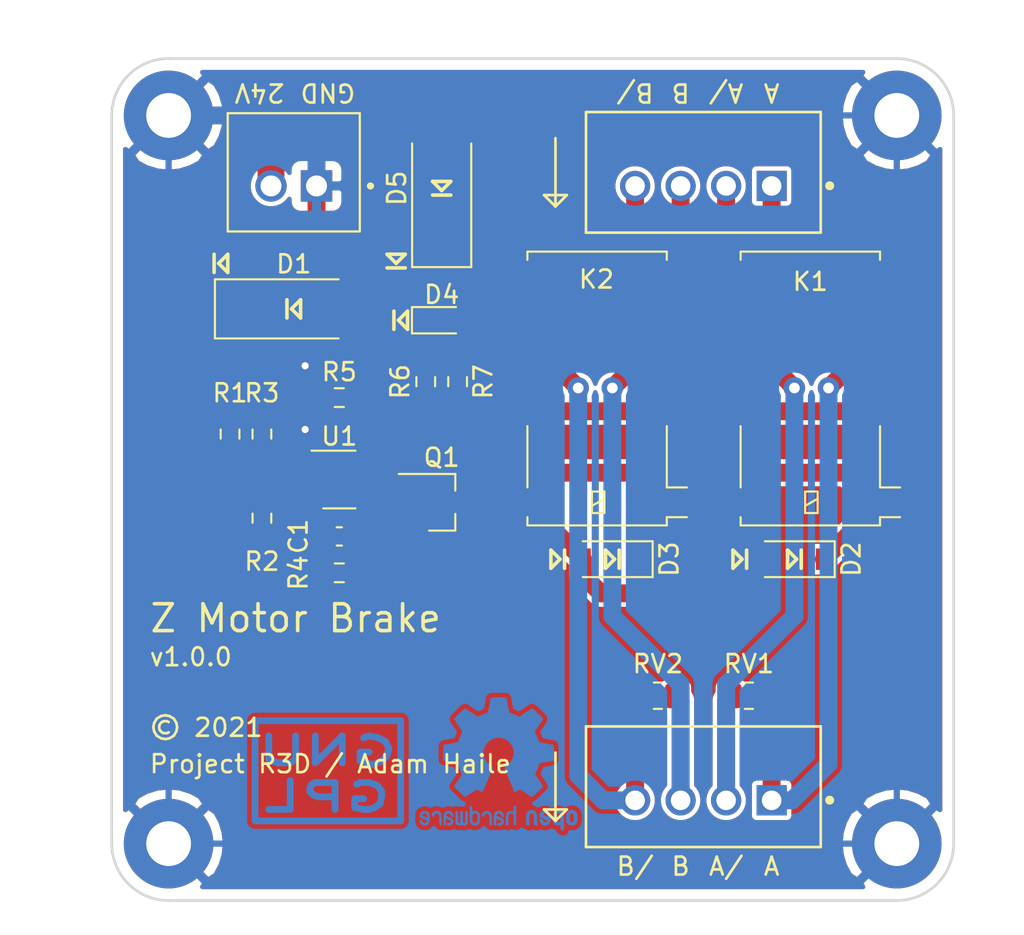
<source format=kicad_pcb>
(kicad_pcb (version 20171130) (host pcbnew "(5.1.10)-1")
  (layers (0 F.Cu signal) (31 B.Cu signal) (34 B.Paste user) (35 F.Paste user) (36 B.SilkS user) (37 F.SilkS user) (38 B.Mask user) (39 F.Mask user) (44 Edge.Cuts user))
  (net 0 "")
  (net 1 "Net-(C1-Pad1)")
  (net 2 "Net-(C1-Pad2)")
  (net 3 "Net-(D1-Pad1)")
  (net 4 GND)
  (net 5 +24V)
  (net 6 "Net-(D2-Pad2)")
  (net 7 "Net-(K1-Pad10)")
  (net 8 "Net-(K1-Pad9)")
  (net 9 "Net-(K1-Pad8)")
  (net 10 "Net-(K1-Pad4)")
  (net 11 "Net-(K1-Pad5)")
  (net 12 "Net-(K2-Pad10)")
  (net 13 "Net-(K2-Pad9)")
  (net 14 "Net-(K2-Pad8)")
  (net 15 "Net-(K2-Pad4)")
  (net 16 "Net-(K2-Pad5)")
  (net 17 "Net-(Q1-Pad1)")
  (net 18 VDD)
  (net 19 "Net-(D4-Pad1)")
  (module Symbol:Symbol_GNU-GPL_CopperTop_Small (layer B.Cu) (at 67.945 116.84 180)
    (fp_text reference REF** hide)
    (fp_text value Symbol_GNU-GPL_CopperTop_Small)
    (fp_line (start 2.10058 -0.29972) (end 2.10058 -1.89992) (layer B.Cu) (width 0.381))
    (fp_line (start 2.10058 -1.89992) (end 3.29946 -1.89992) (layer B.Cu) (width 0.381))
    (fp_line (start -0.39878 -1.89992) (end -0.39878 -0.39878) (layer B.Cu) (width 0.381))
    (fp_line (start -0.39878 -0.39878) (end 0.50038 -0.39878) (layer B.Cu) (width 0.381))
    (fp_line (start 0.50038 -0.39878) (end 0.70104 -0.39878) (layer B.Cu) (width 0.381))
    (fp_line (start 0.70104 -0.39878) (end 0.89916 -0.50038) (layer B.Cu) (width 0.381))
    (fp_line (start 0.89916 -0.50038) (end 1.00076 -0.70104) (layer B.Cu) (width 0.381))
    (fp_line (start 1.00076 -0.70104) (end 1.00076 -0.89916) (layer B.Cu) (width 0.381))
    (fp_line (start 1.00076 -0.89916) (end 0.8001 -1.09982) (layer B.Cu) (width 0.381))
    (fp_line (start 0.8001 -1.09982) (end 0.50038 -1.19888) (layer B.Cu) (width 0.381))
    (fp_line (start 0.50038 -1.19888) (end -0.39878 -1.19888) (layer B.Cu) (width 0.381))
    (fp_line (start -1.6002 -0.50038) (end -1.80086 -0.39878) (layer B.Cu) (width 0.381))
    (fp_line (start -1.80086 -0.39878) (end -2.30124 -0.39878) (layer B.Cu) (width 0.381))
    (fp_line (start -2.30124 -0.39878) (end -2.60096 -0.50038) (layer B.Cu) (width 0.381))
    (fp_line (start -2.60096 -0.50038) (end -2.79908 -0.59944) (layer B.Cu) (width 0.381))
    (fp_line (start -2.79908 -0.59944) (end -2.99974 -0.89916) (layer B.Cu) (width 0.381))
    (fp_line (start -2.99974 -0.89916) (end -2.99974 -1.19888) (layer B.Cu) (width 0.381))
    (fp_line (start -2.99974 -1.19888) (end -2.90068 -1.6002) (layer B.Cu) (width 0.381))
    (fp_line (start -2.90068 -1.6002) (end -2.60096 -1.80086) (layer B.Cu) (width 0.381))
    (fp_line (start -2.60096 -1.80086) (end -2.30124 -1.89992) (layer B.Cu) (width 0.381))
    (fp_line (start -2.30124 -1.89992) (end -1.99898 -1.89992) (layer B.Cu) (width 0.381))
    (fp_line (start -1.99898 -1.89992) (end -1.50114 -1.80086) (layer B.Cu) (width 0.381))
    (fp_line (start -1.50114 -1.80086) (end -1.50114 -1.30048) (layer B.Cu) (width 0.381))
    (fp_line (start -1.50114 -1.30048) (end -1.99898 -1.30048) (layer B.Cu) (width 0.381))
    (fp_line (start 1.80086 2.19964) (end 1.80086 0.89916) (layer B.Cu) (width 0.381))
    (fp_line (start 1.80086 0.89916) (end 2.10058 0.70104) (layer B.Cu) (width 0.381))
    (fp_line (start 2.10058 0.70104) (end 2.4003 0.70104) (layer B.Cu) (width 0.381))
    (fp_line (start 2.4003 0.70104) (end 2.79908 0.70104) (layer B.Cu) (width 0.381))
    (fp_line (start 2.79908 0.70104) (end 3.0988 0.8001) (layer B.Cu) (width 0.381))
    (fp_line (start 3.0988 0.8001) (end 3.29946 0.89916) (layer B.Cu) (width 0.381))
    (fp_line (start 3.29946 0.89916) (end 3.29946 2.19964) (layer B.Cu) (width 0.381))
    (fp_line (start -0.8001 0.70104) (end -0.8001 2.19964) (layer B.Cu) (width 0.381))
    (fp_line (start -0.8001 2.19964) (end 0.70104 0.70104) (layer B.Cu) (width 0.381))
    (fp_line (start 0.70104 0.70104) (end 0.70104 2.19964) (layer B.Cu) (width 0.381))
    (fp_line (start -1.99898 2.10058) (end -2.30124 2.19964) (layer B.Cu) (width 0.381))
    (fp_line (start -2.30124 2.19964) (end -2.79908 2.10058) (layer B.Cu) (width 0.381))
    (fp_line (start -2.79908 2.10058) (end -3.2004 1.89992) (layer B.Cu) (width 0.381))
    (fp_line (start -3.2004 1.89992) (end -3.40106 1.50114) (layer B.Cu) (width 0.381))
    (fp_line (start -3.40106 1.50114) (end -3.29946 1.09982) (layer B.Cu) (width 0.381))
    (fp_line (start -3.29946 1.09982) (end -2.99974 0.8001) (layer B.Cu) (width 0.381))
    (fp_line (start -2.99974 0.8001) (end -2.49936 0.59944) (layer B.Cu) (width 0.381))
    (fp_line (start -2.49936 0.59944) (end -1.80086 0.8001) (layer B.Cu) (width 0.381))
    (fp_line (start -1.80086 0.8001) (end -1.80086 1.30048) (layer B.Cu) (width 0.381))
    (fp_line (start -1.80086 1.30048) (end -2.30124 1.30048) (layer B.Cu) (width 0.381))
    (fp_line (start -4.064 3.048) (end 4.064 3.048) (layer B.Cu) (width 0.381))
    (fp_line (start 4.064 3.048) (end 4.064 -2.54) (layer B.Cu) (width 0.381))
    (fp_line (start 4.064 -2.54) (end -4.064 -2.54) (layer B.Cu) (width 0.381))
    (fp_line (start -4.064 -2.54) (end -4.064 3.048) (layer B.Cu) (width 0.381))
  )
  (module Symbol:OSHW-Logo2_9.8x8mm_Copper (layer B.Cu) (at 77.47 116.205 180)
    (fp_text reference REF** hide)
    (fp_text value OSHW-Logo2_9.8x8mm_Copper hide)
    (fp_poly (pts (xy -3.231114 -2.584505) (xy -3.156461 -2.621727) (xy -3.090569 -2.690261) (xy -3.072423 -2.715648) (xy -3.052655 -2.748866) (xy -3.039828 -2.784945) (xy -3.03249 -2.833098) (xy -3.029187 -2.902536) (xy -3.028462 -2.994206) (xy -3.031737 -3.11983) (xy -3.043123 -3.214154) (xy -3.064959 -3.284523) (xy -3.099581 -3.338286) (xy -3.14933 -3.382788) (xy -3.152986 -3.385423) (xy -3.202015 -3.412377) (xy -3.261055 -3.425712) (xy -3.336141 -3.429) (xy -3.458205 -3.429) (xy -3.458256 -3.547497) (xy -3.459392 -3.613492) (xy -3.466314 -3.652202) (xy -3.484402 -3.675419) (xy -3.519038 -3.694933) (xy -3.527355 -3.69892) (xy -3.56628 -3.717603) (xy -3.596417 -3.729403) (xy -3.618826 -3.730422) (xy -3.634567 -3.716761) (xy -3.644698 -3.684522) (xy -3.650277 -3.629804) (xy -3.652365 -3.548711) (xy -3.652019 -3.437344) (xy -3.6503 -3.291802) (xy -3.649763 -3.248269) (xy -3.647828 -3.098205) (xy -3.646096 -3.000042) (xy -3.458308 -3.000042) (xy -3.457252 -3.083364) (xy -3.452562 -3.13788) (xy -3.441949 -3.173837) (xy -3.423128 -3.201482) (xy -3.41035 -3.214965) (xy -3.35811 -3.254417) (xy -3.311858 -3.257628) (xy -3.264133 -3.225049) (xy -3.262923 -3.223846) (xy -3.243506 -3.198668) (xy -3.231693 -3.164447) (xy -3.225735 -3.111748) (xy -3.22388 -3.031131) (xy -3.223846 -3.013271) (xy -3.22833 -2.902175) (xy -3.242926 -2.825161) (xy -3.26935 -2.778147) (xy -3.309317 -2.75705) (xy -3.332416 -2.754923) (xy -3.387238 -2.7649) (xy -3.424842 -2.797752) (xy -3.447477 -2.857857) (xy -3.457394 -2.949598) (xy -3.458308 -3.000042) (xy -3.646096 -3.000042) (xy -3.645778 -2.98206) (xy -3.643127 -2.894679) (xy -3.639394 -2.830905) (xy -3.634093 -2.785582) (xy -3.626742 -2.753555) (xy -3.616857 -2.729668) (xy -3.603954 -2.708764) (xy -3.598421 -2.700898) (xy -3.525031 -2.626595) (xy -3.43224 -2.584467) (xy -3.324904 -2.572722) (xy -3.231114 -2.584505)) (layer B.Cu) (width 0.01))
    (fp_poly (pts (xy -1.728336 -2.595089) (xy -1.665633 -2.631358) (xy -1.622039 -2.667358) (xy -1.590155 -2.705075) (xy -1.56819 -2.751199) (xy -1.554351 -2.812421) (xy -1.546847 -2.895431) (xy -1.543883 -3.006919) (xy -1.543539 -3.087062) (xy -1.543539 -3.382065) (xy -1.709615 -3.456515) (xy -1.719385 -3.133402) (xy -1.723421 -3.012729) (xy -1.727656 -2.925141) (xy -1.732903 -2.86465) (xy -1.739975 -2.825268) (xy -1.749689 -2.801007) (xy -1.762856 -2.78588) (xy -1.767081 -2.782606) (xy -1.831091 -2.757034) (xy -1.895792 -2.767153) (xy -1.934308 -2.794) (xy -1.949975 -2.813024) (xy -1.96082 -2.837988) (xy -1.967712 -2.875834) (xy -1.971521 -2.933502) (xy -1.973117 -3.017935) (xy -1.973385 -3.105928) (xy -1.973437 -3.216323) (xy -1.975328 -3.294463) (xy -1.981655 -3.347165) (xy -1.995017 -3.381242) (xy -2.018015 -3.403511) (xy -2.053246 -3.420787) (xy -2.100303 -3.438738) (xy -2.151697 -3.458278) (xy -2.145579 -3.111485) (xy -2.143116 -2.986468) (xy -2.140233 -2.894082) (xy -2.136102 -2.827881) (xy -2.129893 -2.78142) (xy -2.120774 -2.748256) (xy -2.107917 -2.721944) (xy -2.092416 -2.698729) (xy -2.017629 -2.624569) (xy -1.926372 -2.581684) (xy -1.827117 -2.571412) (xy -1.728336 -2.595089)) (layer B.Cu) (width 0.01))
    (fp_poly (pts (xy -3.983114 -2.587256) (xy -3.891536 -2.635409) (xy -3.823951 -2.712905) (xy -3.799943 -2.762727) (xy -3.781262 -2.837533) (xy -3.771699 -2.932052) (xy -3.770792 -3.03521) (xy -3.778079 -3.135935) (xy -3.793097 -3.223153) (xy -3.815385 -3.285791) (xy -3.822235 -3.296579) (xy -3.903368 -3.377105) (xy -3.999734 -3.425336) (xy -4.104299 -3.43945) (xy -4.210032 -3.417629) (xy -4.239457 -3.404547) (xy -4.296759 -3.364231) (xy -4.34705 -3.310775) (xy -4.351803 -3.303995) (xy -4.371122 -3.271321) (xy -4.383892 -3.236394) (xy -4.391436 -3.190414) (xy -4.395076 -3.124584) (xy -4.396135 -3.030105) (xy -4.396154 -3.008923) (xy -4.396106 -3.002182) (xy -4.200769 -3.002182) (xy -4.199632 -3.091349) (xy -4.195159 -3.15052) (xy -4.185754 -3.188741) (xy -4.169824 -3.215053) (xy -4.161692 -3.223846) (xy -4.114942 -3.257261) (xy -4.069553 -3.255737) (xy -4.02366 -3.226752) (xy -3.996288 -3.195809) (xy -3.980077 -3.150643) (xy -3.970974 -3.07942) (xy -3.970349 -3.071114) (xy -3.968796 -2.942037) (xy -3.985035 -2.846172) (xy -4.018848 -2.784107) (xy -4.070016 -2.756432) (xy -4.08828 -2.754923) (xy -4.13624 -2.762513) (xy -4.169047 -2.788808) (xy -4.189105 -2.839095) (xy -4.198822 -2.918664) (xy -4.200769 -3.002182) (xy -4.396106 -3.002182) (xy -4.395426 -2.908249) (xy -4.392371 -2.837906) (xy -4.385678 -2.789163) (xy -4.37404 -2.753288) (xy -4.356147 -2.721548) (xy -4.352192 -2.715648) (xy -4.285733 -2.636104) (xy -4.213315 -2.589929) (xy -4.125151 -2.571599) (xy -4.095213 -2.570703) (xy -3.983114 -2.587256)) (layer B.Cu) (width 0.01))
    (fp_poly (pts (xy -2.465746 -2.599745) (xy -2.388714 -2.651567) (xy -2.329184 -2.726412) (xy -2.293622 -2.821654) (xy -2.286429 -2.891756) (xy -2.287246 -2.921009) (xy -2.294086 -2.943407) (xy -2.312888 -2.963474) (xy -2.349592 -2.985733) (xy -2.410138 -3.014709) (xy -2.500466 -3.054927) (xy -2.500923 -3.055129) (xy -2.584067 -3.09321) (xy -2.652247 -3.127025) (xy -2.698495 -3.152933) (xy -2.715842 -3.167295) (xy -2.715846 -3.167411) (xy -2.700557 -3.198685) (xy -2.664804 -3.233157) (xy -2.623758 -3.25799) (xy -2.602963 -3.262923) (xy -2.54623 -3.245862) (xy -2.497373 -3.203133) (xy -2.473535 -3.156155) (xy -2.450603 -3.121522) (xy -2.405682 -3.082081) (xy -2.352877 -3.048009) (xy -2.30629 -3.02948) (xy -2.296548 -3.028462) (xy -2.285582 -3.045215) (xy -2.284921 -3.088039) (xy -2.29298 -3.145781) (xy -2.308173 -3.207289) (xy -2.328914 -3.261409) (xy -2.329962 -3.26351) (xy -2.392379 -3.35066) (xy -2.473274 -3.409939) (xy -2.565144 -3.439034) (xy -2.660487 -3.435634) (xy -2.751802 -3.397428) (xy -2.755862 -3.394741) (xy -2.827694 -3.329642) (xy -2.874927 -3.244705) (xy -2.901066 -3.133021) (xy -2.904574 -3.101643) (xy -2.910787 -2.953536) (xy -2.903339 -2.884468) (xy -2.715846 -2.884468) (xy -2.71341 -2.927552) (xy -2.700086 -2.940126) (xy -2.666868 -2.930719) (xy -2.614506 -2.908483) (xy -2.555976 -2.88061) (xy -2.554521 -2.879872) (xy -2.504911 -2.853777) (xy -2.485 -2.836363) (xy -2.48991 -2.818107) (xy -2.510584 -2.79412) (xy -2.563181 -2.759406) (xy -2.619823 -2.756856) (xy -2.670631 -2.782119) (xy -2.705724 -2.830847) (xy -2.715846 -2.884468) (xy -2.903339 -2.884468) (xy -2.898008 -2.835036) (xy -2.865222 -2.741055) (xy -2.819579 -2.675215) (xy -2.737198 -2.608681) (xy -2.646454 -2.575676) (xy -2.553815 -2.573573) (xy -2.465746 -2.599745)) (layer B.Cu) (width 0.01))
    (fp_poly (pts (xy -0.840154 -2.49212) (xy -0.834428 -2.57198) (xy -0.827851 -2.619039) (xy -0.818738 -2.639566) (xy -0.805402 -2.639829) (xy -0.801077 -2.637378) (xy -0.743556 -2.619636) (xy -0.668732 -2.620672) (xy -0.592661 -2.63891) (xy -0.545082 -2.662505) (xy -0.496298 -2.700198) (xy -0.460636 -2.742855) (xy -0.436155 -2.797057) (xy -0.420913 -2.869384) (xy -0.41297 -2.966419) (xy -0.410384 -3.094742) (xy -0.410338 -3.119358) (xy -0.410308 -3.39587) (xy -0.471839 -3.41732) (xy -0.515541 -3.431912) (xy -0.539518 -3.438706) (xy -0.540223 -3.438769) (xy -0.542585 -3.420345) (xy -0.544594 -3.369526) (xy -0.546099 -3.292993) (xy -0.546947 -3.19743) (xy -0.547077 -3.139329) (xy -0.547349 -3.024771) (xy -0.548748 -2.942667) (xy -0.552151 -2.886393) (xy -0.558433 -2.849326) (xy -0.568471 -2.824844) (xy -0.583139 -2.806325) (xy -0.592298 -2.797406) (xy -0.655211 -2.761466) (xy -0.723864 -2.758775) (xy -0.786152 -2.78917) (xy -0.797671 -2.800144) (xy -0.814567 -2.820779) (xy -0.826286 -2.845256) (xy -0.833767 -2.880647) (xy -0.837946 -2.934026) (xy -0.839763 -3.012466) (xy -0.840154 -3.120617) (xy -0.840154 -3.39587) (xy -0.901685 -3.41732) (xy -0.945387 -3.431912) (xy -0.969364 -3.438706) (xy -0.97007 -3.438769) (xy -0.971874 -3.420069) (xy -0.9735 -3.367322) (xy -0.974883 -3.285557) (xy -0.975958 -3.179805) (xy -0.97666 -3.055094) (xy -0.976923 -2.916455) (xy -0.976923 -2.381806) (xy -0.849923 -2.328236) (xy -0.840154 -2.49212)) (layer B.Cu) (width 0.01))
    (fp_poly (pts (xy 0.053501 -2.626303) (xy 0.13006 -2.654733) (xy 0.130936 -2.655279) (xy 0.178285 -2.690127) (xy 0.213241 -2.730852) (xy 0.237825 -2.783925) (xy 0.254062 -2.855814) (xy 0.263975 -2.952992) (xy 0.269586 -3.081928) (xy 0.270077 -3.100298) (xy 0.277141 -3.377287) (xy 0.217695 -3.408028) (xy 0.174681 -3.428802) (xy 0.14871 -3.438646) (xy 0.147509 -3.438769) (xy 0.143014 -3.420606) (xy 0.139444 -3.371612) (xy 0.137248 -3.300031) (xy 0.136769 -3.242068) (xy 0.136758 -3.14817) (xy 0.132466 -3.089203) (xy 0.117503 -3.061079) (xy 0.085482 -3.059706) (xy 0.030014 -3.080998) (xy -0.053731 -3.120136) (xy -0.115311 -3.152643) (xy -0.146983 -3.180845) (xy -0.156294 -3.211582) (xy -0.156308 -3.213104) (xy -0.140943 -3.266054) (xy -0.095453 -3.29466) (xy -0.025834 -3.298803) (xy 0.024313 -3.298084) (xy 0.050754 -3.312527) (xy 0.067243 -3.347218) (xy 0.076733 -3.391416) (xy 0.063057 -3.416493) (xy 0.057907 -3.420082) (xy 0.009425 -3.434496) (xy -0.058469 -3.436537) (xy -0.128388 -3.426983) (xy -0.177932 -3.409522) (xy -0.24643 -3.351364) (xy -0.285366 -3.270408) (xy -0.293077 -3.20716) (xy -0.287193 -3.150111) (xy -0.265899 -3.103542) (xy -0.223735 -3.062181) (xy -0.155241 -3.020755) (xy -0.054956 -2.973993) (xy -0.048846 -2.97135) (xy 0.04149 -2.929617) (xy 0.097235 -2.895391) (xy 0.121129 -2.864635) (xy 0.115913 -2.833311) (xy 0.084328 -2.797383) (xy 0.074883 -2.789116) (xy 0.011617 -2.757058) (xy -0.053936 -2.758407) (xy -0.111028 -2.789838) (xy -0.148907 -2.848024) (xy -0.152426 -2.859446) (xy -0.1867 -2.914837) (xy -0.230191 -2.941518) (xy -0.293077 -2.96796) (xy -0.293077 -2.899548) (xy -0.273948 -2.80011) (xy -0.217169 -2.708902) (xy -0.187622 -2.678389) (xy -0.120458 -2.639228) (xy -0.035044 -2.6215) (xy 0.053501 -2.626303)) (layer B.Cu) (width 0.01))
    (fp_poly (pts (xy 0.713362 -2.62467) (xy 0.802117 -2.657421) (xy 0.874022 -2.71535) (xy 0.902144 -2.756128) (xy 0.932802 -2.830954) (xy 0.932165 -2.885058) (xy 0.899987 -2.921446) (xy 0.888081 -2.927633) (xy 0.836675 -2.946925) (xy 0.810422 -2.941982) (xy 0.80153 -2.909587) (xy 0.801077 -2.891692) (xy 0.784797 -2.825859) (xy 0.742365 -2.779807) (xy 0.683388 -2.757564) (xy 0.617475 -2.763161) (xy 0.563895 -2.792229) (xy 0.545798 -2.80881) (xy 0.532971 -2.828925) (xy 0.524306 -2.859332) (xy 0.518696 -2.906788) (xy 0.515035 -2.97805) (xy 0.512215 -3.079875) (xy 0.511484 -3.112115) (xy 0.50882 -3.22241) (xy 0.505792 -3.300036) (xy 0.50125 -3.351396) (xy 0.494046 -3.38289) (xy 0.483033 -3.40092) (xy 0.46706 -3.411888) (xy 0.456834 -3.416733) (xy 0.413406 -3.433301) (xy 0.387842 -3.438769) (xy 0.379395 -3.420507) (xy 0.374239 -3.365296) (xy 0.372346 -3.272499) (xy 0.373689 -3.141478) (xy 0.374107 -3.121269) (xy 0.377058 -3.001733) (xy 0.380548 -2.914449) (xy 0.385514 -2.852591) (xy 0.392893 -2.809336) (xy 0.403624 -2.77786) (xy 0.418645 -2.751339) (xy 0.426502 -2.739975) (xy 0.471553 -2.689692) (xy 0.52194 -2.650581) (xy 0.528108 -2.647167) (xy 0.618458 -2.620212) (xy 0.713362 -2.62467)) (layer B.Cu) (width 0.01))
    (fp_poly (pts (xy 1.602081 -2.780289) (xy 1.601833 -2.92632) (xy 1.600872 -3.038655) (xy 1.598794 -3.122678) (xy 1.595193 -3.183769) (xy 1.589665 -3.227309) (xy 1.581804 -3.258679) (xy 1.571207 -3.283262) (xy 1.563182 -3.297294) (xy 1.496728 -3.373388) (xy 1.41247 -3.421084) (xy 1.319249 -3.438199) (xy 1.2259 -3.422546) (xy 1.170312 -3.394418) (xy 1.111957 -3.34576) (xy 1.072186 -3.286333) (xy 1.04819 -3.208507) (xy 1.037161 -3.104652) (xy 1.035599 -3.028462) (xy 1.035809 -3.022986) (xy 1.172308 -3.022986) (xy 1.173141 -3.110355) (xy 1.176961 -3.168192) (xy 1.185746 -3.206029) (xy 1.201474 -3.233398) (xy 1.220266 -3.254042) (xy 1.283375 -3.29389) (xy 1.351137 -3.297295) (xy 1.415179 -3.264025) (xy 1.420164 -3.259517) (xy 1.441439 -3.236067) (xy 1.454779 -3.208166) (xy 1.462001 -3.166641) (xy 1.464923 -3.102316) (xy 1.465385 -3.0312) (xy 1.464383 -2.941858) (xy 1.460238 -2.882258) (xy 1.451236 -2.843089) (xy 1.435667 -2.81504) (xy 1.422902 -2.800144) (xy 1.3636 -2.762575) (xy 1.295301 -2.758057) (xy 1.23011 -2.786753) (xy 1.217528 -2.797406) (xy 1.196111 -2.821063) (xy 1.182744 -2.849251) (xy 1.175566 -2.891245) (xy 1.172719 -2.956319) (xy 1.172308 -3.022986) (xy 1.035809 -3.022986) (xy 1.040322 -2.905765) (xy 1.056362 -2.813577) (xy 1.086528 -2.744269) (xy 1.133629 -2.690211) (xy 1.170312 -2.662505) (xy 1.23699 -2.632572) (xy 1.314272 -2.618678) (xy 1.38611 -2.622397) (xy 1.426308 -2.6374) (xy 1.442082 -2.64167) (xy 1.45255 -2.62575) (xy 1.459856 -2.583089) (xy 1.465385 -2.518106) (xy 1.471437 -2.445732) (xy 1.479844 -2.402187) (xy 1.495141 -2.377287) (xy 1.521864 -2.360845) (xy 1.538654 -2.353564) (xy 1.602154 -2.326963) (xy 1.602081 -2.780289)) (layer B.Cu) (width 0.01))
    (fp_poly (pts (xy 2.395929 -2.636662) (xy 2.398911 -2.688068) (xy 2.401247 -2.766192) (xy 2.402749 -2.864857) (xy 2.403231 -2.968343) (xy 2.403231 -3.318533) (xy 2.341401 -3.380363) (xy 2.298793 -3.418462) (xy 2.26139 -3.433895) (xy 2.21027 -3.432918) (xy 2.189978 -3.430433) (xy 2.126554 -3.4232) (xy 2.074095 -3.419055) (xy 2.061308 -3.418672) (xy 2.018199 -3.421176) (xy 1.956544 -3.427462) (xy 1.932638 -3.430433) (xy 1.873922 -3.435028) (xy 1.834464 -3.425046) (xy 1.795338 -3.394228) (xy 1.781215 -3.380363) (xy 1.719385 -3.318533) (xy 1.719385 -2.663503) (xy 1.76915 -2.640829) (xy 1.812002 -2.624034) (xy 1.837073 -2.618154) (xy 1.843501 -2.636736) (xy 1.849509 -2.688655) (xy 1.854697 -2.768172) (xy 1.858664 -2.869546) (xy 1.860577 -2.955192) (xy 1.865923 -3.292231) (xy 1.91256 -3.298825) (xy 1.954976 -3.294214) (xy 1.97576 -3.279287) (xy 1.98157 -3.251377) (xy 1.98653 -3.191925) (xy 1.990246 -3.108466) (xy 1.992324 -3.008532) (xy 1.992624 -2.957104) (xy 1.992923 -2.661054) (xy 2.054454 -2.639604) (xy 2.098004 -2.62502) (xy 2.121694 -2.618219) (xy 2.122377 -2.618154) (xy 2.124754 -2.636642) (xy 2.127366 -2.687906) (xy 2.129995 -2.765649) (xy 2.132421 -2.863574) (xy 2.134115 -2.955192) (xy 2.139461 -3.292231) (xy 2.256692 -3.292231) (xy 2.262072 -2.984746) (xy 2.267451 -2.677261) (xy 2.324601 -2.647707) (xy 2.366797 -2.627413) (xy 2.39177 -2.618204) (xy 2.392491 -2.618154) (xy 2.395929 -2.636662)) (layer B.Cu) (width 0.01))
    (fp_poly (pts (xy 2.887333 -2.633528) (xy 2.94359 -2.659117) (xy 2.987747 -2.690124) (xy 3.020101 -2.724795) (xy 3.042438 -2.76952) (xy 3.056546 -2.830692) (xy 3.064211 -2.914701) (xy 3.06722 -3.02794) (xy 3.067538 -3.102509) (xy 3.067538 -3.39342) (xy 3.017773 -3.416095) (xy 2.978576 -3.432667) (xy 2.959157 -3.438769) (xy 2.955442 -3.42061) (xy 2.952495 -3.371648) (xy 2.950691 -3.300153) (xy 2.950308 -3.243385) (xy 2.948661 -3.161371) (xy 2.944222 -3.096309) (xy 2.93774 -3.056467) (xy 2.93259 -3.048) (xy 2.897977 -3.056646) (xy 2.84364 -3.078823) (xy 2.780722 -3.108886) (xy 2.720368 -3.141192) (xy 2.673721 -3.170098) (xy 2.651926 -3.189961) (xy 2.651839 -3.190175) (xy 2.653714 -3.226935) (xy 2.670525 -3.262026) (xy 2.700039 -3.290528) (xy 2.743116 -3.300061) (xy 2.779932 -3.29895) (xy 2.832074 -3.298133) (xy 2.859444 -3.310349) (xy 2.875882 -3.342624) (xy 2.877955 -3.34871) (xy 2.885081 -3.394739) (xy 2.866024 -3.422687) (xy 2.816353 -3.436007) (xy 2.762697 -3.43847) (xy 2.666142 -3.42021) (xy 2.616159 -3.394131) (xy 2.554429 -3.332868) (xy 2.52169 -3.25767) (xy 2.518753 -3.178211) (xy 2.546424 -3.104167) (xy 2.588047 -3.057769) (xy 2.629604 -3.031793) (xy 2.694922 -2.998907) (xy 2.771038 -2.965557) (xy 2.783726 -2.960461) (xy 2.867333 -2.923565) (xy 2.91553 -2.891046) (xy 2.93103 -2.858718) (xy 2.91655 -2.822394) (xy 2.891692 -2.794) (xy 2.832939 -2.759039) (xy 2.768293 -2.756417) (xy 2.709008 -2.783358) (xy 2.666339 -2.837088) (xy 2.660739 -2.85095) (xy 2.628133 -2.901936) (xy 2.58053 -2.939787) (xy 2.520461 -2.97085) (xy 2.520461 -2.882768) (xy 2.523997 -2.828951) (xy 2.539156 -2.786534) (xy 2.572768 -2.741279) (xy 2.605035 -2.70642) (xy 2.655209 -2.657062) (xy 2.694193 -2.630547) (xy 2.736064 -2.619911) (xy 2.78346 -2.618154) (xy 2.887333 -2.633528)) (layer B.Cu) (width 0.01))
    (fp_poly (pts (xy 3.570807 -2.636782) (xy 3.594161 -2.646988) (xy 3.649902 -2.691134) (xy 3.697569 -2.754967) (xy 3.727048 -2.823087) (xy 3.731846 -2.85667) (xy 3.71576 -2.903556) (xy 3.680475 -2.928365) (xy 3.642644 -2.943387) (xy 3.625321 -2.946155) (xy 3.616886 -2.926066) (xy 3.60023 -2.882351) (xy 3.592923 -2.862598) (xy 3.551948 -2.794271) (xy 3.492622 -2.760191) (xy 3.416552 -2.761239) (xy 3.410918 -2.762581) (xy 3.370305 -2.781836) (xy 3.340448 -2.819375) (xy 3.320055 -2.879809) (xy 3.307836 -2.967751) (xy 3.3025 -3.087813) (xy 3.302 -3.151698) (xy 3.301752 -3.252403) (xy 3.300126 -3.321054) (xy 3.295801 -3.364673) (xy 3.287454 -3.390282) (xy 3.273765 -3.404903) (xy 3.253411 -3.415558) (xy 3.252234 -3.416095) (xy 3.213038 -3.432667) (xy 3.193619 -3.438769) (xy 3.190635 -3.420319) (xy 3.188081 -3.369323) (xy 3.18614 -3.292308) (xy 3.184997 -3.195805) (xy 3.184769 -3.125184) (xy 3.185932 -2.988525) (xy 3.190479 -2.884851) (xy 3.199999 -2.808108) (xy 3.216081 -2.752246) (xy 3.240313 -2.711212) (xy 3.274286 -2.678954) (xy 3.307833 -2.65644) (xy 3.388499 -2.626476) (xy 3.482381 -2.619718) (xy 3.570807 -2.636782)) (layer B.Cu) (width 0.01))
    (fp_poly (pts (xy 4.245224 -2.647838) (xy 4.322528 -2.698361) (xy 4.359814 -2.74359) (xy 4.389353 -2.825663) (xy 4.391699 -2.890607) (xy 4.386385 -2.977445) (xy 4.186115 -3.065103) (xy 4.088739 -3.109887) (xy 4.025113 -3.145913) (xy 3.992029 -3.177117) (xy 3.98628 -3.207436) (xy 4.004658 -3.240805) (xy 4.024923 -3.262923) (xy 4.083889 -3.298393) (xy 4.148024 -3.300879) (xy 4.206926 -3.273235) (xy 4.250197 -3.21832) (xy 4.257936 -3.198928) (xy 4.295006 -3.138364) (xy 4.337654 -3.112552) (xy 4.396154 -3.090471) (xy 4.396154 -3.174184) (xy 4.390982 -3.23115) (xy 4.370723 -3.279189) (xy 4.328262 -3.334346) (xy 4.321951 -3.341514) (xy 4.27472 -3.390585) (xy 4.234121 -3.41692) (xy 4.183328 -3.429035) (xy 4.14122 -3.433003) (xy 4.065902 -3.433991) (xy 4.012286 -3.421466) (xy 3.978838 -3.402869) (xy 3.926268 -3.361975) (xy 3.889879 -3.317748) (xy 3.86685 -3.262126) (xy 3.854359 -3.187047) (xy 3.849587 -3.084449) (xy 3.849206 -3.032376) (xy 3.850501 -2.969948) (xy 3.968471 -2.969948) (xy 3.969839 -3.003438) (xy 3.973249 -3.008923) (xy 3.995753 -3.001472) (xy 4.044182 -2.981753) (xy 4.108908 -2.953718) (xy 4.122443 -2.947692) (xy 4.204244 -2.906096) (xy 4.249312 -2.869538) (xy 4.259217 -2.835296) (xy 4.235526 -2.800648) (xy 4.21596 -2.785339) (xy 4.14536 -2.754721) (xy 4.07928 -2.75978) (xy 4.023959 -2.797151) (xy 3.985636 -2.863473) (xy 3.973349 -2.916116) (xy 3.968471 -2.969948) (xy 3.850501 -2.969948) (xy 3.85173 -2.91072) (xy 3.861032 -2.82071) (xy 3.87946 -2.755167) (xy 3.90936 -2.706912) (xy 3.95308 -2.668767) (xy 3.972141 -2.65644) (xy 4.058726 -2.624336) (xy 4.153522 -2.622316) (xy 4.245224 -2.647838)) (layer B.Cu) (width 0.01))
    (fp_poly (pts (xy 0.139878 3.712224) (xy 0.245612 3.711645) (xy 0.322132 3.710078) (xy 0.374372 3.707028) (xy 0.407263 3.702004) (xy 0.425737 3.694511) (xy 0.434727 3.684056) (xy 0.439163 3.670147) (xy 0.439594 3.668346) (xy 0.446333 3.635855) (xy 0.458808 3.571748) (xy 0.475719 3.482849) (xy 0.495771 3.375981) (xy 0.517664 3.257967) (xy 0.518429 3.253822) (xy 0.540359 3.138169) (xy 0.560877 3.035986) (xy 0.578659 2.953402) (xy 0.592381 2.896544) (xy 0.600718 2.871542) (xy 0.601116 2.871099) (xy 0.625677 2.85889) (xy 0.676315 2.838544) (xy 0.742095 2.814455) (xy 0.742461 2.814326) (xy 0.825317 2.783182) (xy 0.923 2.743509) (xy 1.015077 2.703619) (xy 1.019434 2.701647) (xy 1.169407 2.63358) (xy 1.501498 2.860361) (xy 1.603374 2.929496) (xy 1.695657 2.991303) (xy 1.773003 3.042267) (xy 1.830064 3.078873) (xy 1.861495 3.097606) (xy 1.864479 3.098996) (xy 1.887321 3.09281) (xy 1.929982 3.062965) (xy 1.994128 3.008053) (xy 2.081421 2.926666) (xy 2.170535 2.840078) (xy 2.256441 2.754753) (xy 2.333327 2.676892) (xy 2.396564 2.611303) (xy 2.441523 2.562795) (xy 2.463576 2.536175) (xy 2.464396 2.534805) (xy 2.466834 2.516537) (xy 2.45765 2.486705) (xy 2.434574 2.441279) (xy 2.395337 2.37623) (xy 2.33767 2.28753) (xy 2.260795 2.173343) (xy 2.19257 2.072838) (xy 2.131582 1.982697) (xy 2.081356 1.908151) (xy 2.045416 1.854435) (xy 2.027287 1.826782) (xy 2.026146 1.824905) (xy 2.028359 1.79841) (xy 2.045138 1.746914) (xy 2.073142 1.680149) (xy 2.083122 1.658828) (xy 2.126672 1.563841) (xy 2.173134 1.456063) (xy 2.210877 1.362808) (xy 2.238073 1.293594) (xy 2.259675 1.240994) (xy 2.272158 1.213503) (xy 2.273709 1.211384) (xy 2.296668 1.207876) (xy 2.350786 1.198262) (xy 2.428868 1.183911) (xy 2.523719 1.166193) (xy 2.628143 1.146475) (xy 2.734944 1.126126) (xy 2.836926 1.106514) (xy 2.926894 1.089009) (xy 2.997653 1.074978) (xy 3.042006 1.065791) (xy 3.052885 1.063193) (xy 3.064122 1.056782) (xy 3.072605 1.042303) (xy 3.078714 1.014867) (xy 3.082832 0.969589) (xy 3.085341 0.90158) (xy 3.086621 0.805953) (xy 3.087054 0.67782) (xy 3.087077 0.625299) (xy 3.087077 0.198155) (xy 2.9845 0.177909) (xy 2.927431 0.16693) (xy 2.842269 0.150905) (xy 2.739372 0.131767) (xy 2.629096 0.111449) (xy 2.598615 0.105868) (xy 2.496855 0.086083) (xy 2.408205 0.066627) (xy 2.340108 0.049303) (xy 2.300004 0.035912) (xy 2.293323 0.031921) (xy 2.276919 0.003658) (xy 2.253399 -0.051109) (xy 2.227316 -0.121588) (xy 2.222142 -0.136769) (xy 2.187956 -0.230896) (xy 2.145523 -0.337101) (xy 2.103997 -0.432473) (xy 2.103792 -0.432916) (xy 2.03464 -0.582525) (xy 2.489512 -1.251617) (xy 2.1975 -1.544116) (xy 2.10918 -1.63117) (xy 2.028625 -1.707909) (xy 1.96036 -1.770237) (xy 1.908908 -1.814056) (xy 1.878794 -1.83527) (xy 1.874474 -1.836616) (xy 1.849111 -1.826016) (xy 1.797358 -1.796547) (xy 1.724868 -1.751705) (xy 1.637294 -1.694984) (xy 1.542612 -1.631462) (xy 1.446516 -1.566668) (xy 1.360837 -1.510287) (xy 1.291016 -1.465788) (xy 1.242494 -1.436639) (xy 1.220782 -1.426308) (xy 1.194293 -1.43505) (xy 1.144062 -1.458087) (xy 1.080451 -1.490631) (xy 1.073708 -1.494249) (xy 0.988046 -1.53721) (xy 0.929306 -1.558279) (xy 0.892772 -1.558503) (xy 0.873731 -1.538928) (xy 0.87362 -1.538654) (xy 0.864102 -1.515472) (xy 0.841403 -1.460441) (xy 0.807282 -1.377822) (xy 0.7635 -1.271872) (xy 0.711816 -1.146852) (xy 0.653992 -1.00702) (xy 0.597991 -0.871637) (xy 0.536447 -0.722234) (xy 0.479939 -0.583832) (xy 0.430161 -0.460673) (xy 0.388806 -0.357002) (xy 0.357568 -0.277059) (xy 0.338141 -0.225088) (xy 0.332154 -0.205692) (xy 0.347168 -0.183443) (xy 0.386439 -0.147982) (xy 0.438807 -0.108887) (xy 0.587941 0.014755) (xy 0.704511 0.156478) (xy 0.787118 0.313296) (xy 0.834366 0.482225) (xy 0.844857 0.660278) (xy 0.837231 0.742461) (xy 0.795682 0.912969) (xy 0.724123 1.063541) (xy 0.626995 1.192691) (xy 0.508734 1.298936) (xy 0.37378 1.38079) (xy 0.226571 1.436768) (xy 0.071544 1.465385) (xy -0.086861 1.465156) (xy -0.244206 1.434595) (xy -0.396054 1.372218) (xy -0.537965 1.27654) (xy -0.597197 1.222428) (xy -0.710797 1.08348) (xy -0.789894 0.931639) (xy -0.835014 0.771333) (xy -0.846684 0.606988) (xy -0.825431 0.443029) (xy -0.77178 0.283882) (xy -0.68626 0.133975) (xy -0.569395 -0.002267) (xy -0.438807 -0.108887) (xy -0.384412 -0.149642) (xy -0.345986 -0.184718) (xy -0.332154 -0.205726) (xy -0.339397 -0.228635) (xy -0.359995 -0.283365) (xy -0.392254 -0.365672) (xy -0.434479 -0.471315) (xy -0.484977 -0.59605) (xy -0.542052 -0.735636) (xy -0.598146 -0.87167) (xy -0.660033 -1.021201) (xy -0.717356 -1.159767) (xy -0.768356 -1.283107) (xy -0.811273 -1.386964) (xy -0.844347 -1.46708) (xy -0.865819 -1.519195) (xy -0.873775 -1.538654) (xy -0.892571 -1.558423) (xy -0.928926 -1.558365) (xy -0.987521 -1.537441) (xy -1.073032 -1.494613) (xy -1.073708 -1.494249) (xy -1.138093 -1.461012) (xy -1.190139 -1.436802) (xy -1.219488 -1.426404) (xy -1.220783 -1.426308) (xy -1.242876 -1.436855) (xy -1.291652 -1.466184) (xy -1.361669 -1.510827) (xy -1.447486 -1.567314) (xy -1.542612 -1.631462) (xy -1.63946 -1.696411) (xy -1.726747 -1.752896) (xy -1.798819 -1.797421) (xy -1.850023 -1.82649) (xy -1.874474 -1.836616) (xy -1.89699 -1.823307) (xy -1.942258 -1.786112) (xy -2.005756 -1.729128) (xy -2.082961 -1.656449) (xy -2.169349 -1.572171) (xy -2.197601 -1.544016) (xy -2.489713 -1.251416) (xy -2.267369 -0.925104) (xy -2.199798 -0.824897) (xy -2.140493 -0.734963) (xy -2.092783 -0.66051) (xy -2.059993 -0.606751) (xy -2.045452 -0.578894) (xy -2.045026 -0.576912) (xy -2.052692 -0.550655) (xy -2.073311 -0.497837) (xy -2.103315 -0.42731) (xy -2.124375 -0.380093) (xy -2.163752 -0.289694) (xy -2.200835 -0.198366) (xy -2.229585 -0.1212) (xy -2.237395 -0.097692) (xy -2.259583 -0.034916) (xy -2.281273 0.013589) (xy -2.293187 0.031921) (xy -2.319477 0.043141) (xy -2.376858 0.059046) (xy -2.457882 0.077833) (xy -2.555105 0.097701) (xy -2.598615 0.105868) (xy -2.709104 0.126171) (xy -2.815084 0.14583) (xy -2.906199 0.162912) (xy -2.972092 0.175482) (xy -2.9845 0.177909) (xy -3.087077 0.198155) (xy -3.087077 0.625299) (xy -3.086847 0.765754) (xy -3.085901 0.872021) (xy -3.083859 0.948987) (xy -3.080338 1.00154) (xy -3.074957 1.034567) (xy -3.067334 1.052955) (xy -3.057088 1.061592) (xy -3.052885 1.063193) (xy -3.02753 1.068873) (xy -2.971516 1.080205) (xy -2.892036 1.095821) (xy -2.796288 1.114353) (xy -2.691467 1.134431) (xy -2.584768 1.154688) (xy -2.483387 1.173754) (xy -2.394521 1.190261) (xy -2.325363 1.202841) (xy -2.283111 1.210125) (xy -2.27371 1.211384) (xy -2.265193 1.228237) (xy -2.24634 1.27313) (xy -2.220676 1.33757) (xy -2.210877 1.362808) (xy -2.171352 1.460314) (xy -2.124808 1.568041) (xy -2.083123 1.658828) (xy -2.05245 1.728247) (xy -2.032044 1.78529) (xy -2.025232 1.820223) (xy -2.026318 1.824905) (xy -2.040715 1.847009) (xy -2.073588 1.896169) (xy -2.12141 1.967152) (xy -2.180652 2.054722) (xy -2.247785 2.153643) (xy -2.261059 2.17317) (xy -2.338954 2.28886) (xy -2.396213 2.376956) (xy -2.435119 2.441514) (xy -2.457956 2.486589) (xy -2.467006 2.516237) (xy -2.464552 2.534515) (xy -2.464489 2.534631) (xy -2.445173 2.558639) (xy -2.402449 2.605053) (xy -2.340949 2.669063) (xy -2.265302 2.745855) (xy -2.180139 2.830618) (xy -2.170535 2.840078) (xy -2.06321 2.944011) (xy -1.980385 3.020325) (xy -1.920395 3.070429) (xy -1.881577 3.09573) (xy -1.86448 3.098996) (xy -1.839527 3.08475) (xy -1.787745 3.051844) (xy -1.71448 3.003792) (xy -1.62508 2.94411) (xy -1.524889 2.876312) (xy -1.501499 2.860361) (xy -1.169407 2.63358) (xy -1.019435 2.701647) (xy -0.92823 2.741315) (xy -0.830331 2.781209) (xy -0.746169 2.813017) (xy -0.742462 2.814326) (xy -0.676631 2.838424) (xy -0.625884 2.8588) (xy -0.601158 2.871064) (xy -0.601116 2.871099) (xy -0.593271 2.893266) (xy -0.579934 2.947783) (xy -0.56243 3.02852) (xy -0.542083 3.12935) (xy -0.520218 3.244144) (xy -0.518429 3.253822) (xy -0.496496 3.372096) (xy -0.47636 3.479458) (xy -0.45932 3.569083) (xy -0.446672 3.634149) (xy -0.439716 3.667832) (xy -0.439594 3.668346) (xy -0.435361 3.682675) (xy -0.427129 3.693493) (xy -0.409967 3.701294) (xy -0.378942 3.706571) (xy -0.329122 3.709818) (xy -0.255576 3.711528) (xy -0.153371 3.712193) (xy -0.017575 3.712307) (xy 0 3.712308) (xy 0.139878 3.712224)) (layer B.Cu) (width 0.01))
  )
  (module Molex:Molex-70543-0038-0-0-MFG (layer F.Cu) (at 88.9 117.475)
    (fp_text reference P3 hide)
    (fp_text value CONN_01X04 hide)
    (pad 1 thru_hole rect (at 3.81 0.76) (size 1.69 1.69) (drill 1.09) (layers *.Cu) (net 10 "Net-(K1-Pad4)"))
    (pad 2 thru_hole circle (at 1.27 0.76) (size 1.69 1.69) (drill 1.09) (layers *.Cu) (net 8 "Net-(K1-Pad9)"))
    (pad 3 thru_hole circle (at -1.27 0.76) (size 1.69 1.69) (drill 1.09) (layers *.Cu) (net 15 "Net-(K2-Pad4)"))
    (pad 4 thru_hole circle (at -3.81 0.76) (size 1.69 1.69) (drill 1.09) (layers *.Cu) (net 13 "Net-(K2-Pad9)"))
  )
  (module Resistor_SMD:R_0805_2012Metric_Pad1.20x1.40mm_HandSolder (layer F.Cu) (at 91.44 112.395 180)
    (fp_text reference RV1 (at 0 1.778) (layer F.SilkS))
    (fp_text value M2012C390)
    (pad 2 smd roundrect (at 1 0 180) (size 1.2 1.4) (layers F.Cu F.Paste F.Mask) (roundrect_rratio 0.2083325) (net 8 "Net-(K1-Pad9)"))
    (pad 1 smd roundrect (at -1 0 180) (size 1.2 1.4) (layers F.Cu F.Paste F.Mask) (roundrect_rratio 0.2083325) (net 10 "Net-(K1-Pad4)"))
  )
  (module Resistor_SMD:R_0805_2012Metric_Pad1.20x1.40mm_HandSolder (layer F.Cu) (at 86.36 112.395 180)
    (fp_text reference RV2 (at 0 1.778) (layer F.SilkS))
    (fp_text value M2012C390)
    (pad 1 smd roundrect (at -1 0 180) (size 1.2 1.4) (layers F.Cu F.Paste F.Mask) (roundrect_rratio 0.2083325) (net 15 "Net-(K2-Pad4)"))
    (pad 2 smd roundrect (at 1 0 180) (size 1.2 1.4) (layers F.Cu F.Paste F.Mask) (roundrect_rratio 0.2083325) (net 13 "Net-(K2-Pad9)"))
  )
  (module Capacitor_SMD:C_0603_1608Metric_Pad1.08x0.95mm_HandSolder (layer F.Cu) (at 68.58 103.505 180)
    (fp_text reference C1 (at 2.286 0 90) (layer F.SilkS))
    (fp_text value 0.22uF)
    (pad 1 smd roundrect (at -0.8625 0 180) (size 1.075 0.95) (layers F.Cu F.Paste F.Mask) (net 1 "Net-(C1-Pad1)"))
    (pad 2 smd roundrect (at 0.8625 0 180) (size 1.075 0.95) (layers F.Cu F.Paste F.Mask) (net 2 "Net-(C1-Pad2)"))
  )
  (module Diode_SMD:D_SMA_Handsoldering (layer F.Cu) (at 66.04 90.805)
    (fp_text reference D1 (at 0 -2.5) (layer F.SilkS))
    (fp_text value "10.0 V ZENER")
    (pad 2 smd rect (at 2.5 0) (size 3.5 1.8) (layers F.Cu F.Paste F.Mask) (net 4 GND))
    (pad 1 smd rect (at -2.5 0) (size 3.5 1.8) (layers F.Cu F.Paste F.Mask) (net 3 "Net-(D1-Pad1)"))
  )
  (module Diode_SMD:D_SOD-123 (layer F.Cu) (at 93.98 104.775 180)
    (fp_text reference D2 (at -3.175 0 90) (layer F.SilkS))
    (fp_text value D_Schottky_ALT)
    (pad 2 smd rect (at 1.65 0 180) (size 0.9 1.2) (layers F.Cu F.Paste F.Mask) (net 6 "Net-(D2-Pad2)"))
    (pad 1 smd rect (at -1.65 0 180) (size 0.9 1.2) (layers F.Cu F.Paste F.Mask) (net 18 VDD))
  )
  (module Diode_SMD:D_SOD-123 (layer F.Cu) (at 83.82 104.775 180)
    (fp_text reference D3 (at -3.175 0 90) (layer F.SilkS))
    (fp_text value D_Schottky_ALT)
    (pad 1 smd rect (at -1.65 0 180) (size 0.9 1.2) (layers F.Cu F.Paste F.Mask) (net 18 VDD))
    (pad 2 smd rect (at 1.65 0 180) (size 0.9 1.2) (layers F.Cu F.Paste F.Mask) (net 6 "Net-(D2-Pad2)"))
  )
  (module LED_SMD:LED_0603_1608Metric_Pad1.05x0.95mm_HandSolder (layer F.Cu) (at 74.295 91.44)
    (fp_text reference D4 (at 0 -1.43) (layer F.SilkS))
    (fp_text value LED)
    (pad 1 smd roundrect (at -0.875 0) (size 1.05 0.95) (layers F.Cu F.Paste F.Mask) (net 19 "Net-(D4-Pad1)"))
    (pad 2 smd roundrect (at 0.875 0) (size 1.05 0.95) (layers F.Cu F.Paste F.Mask) (net 18 VDD))
  )
  (module Diode_SMD:D_SMA_Handsoldering (layer F.Cu) (at 74.295 84.074 90)
    (fp_text reference D5 (at 0 -2.5 90) (layer F.SilkS))
    (fp_text value D_ALT)
    (pad 1 smd rect (at -2.5 0 90) (size 3.5 1.8) (layers F.Cu F.Paste F.Mask) (net 18 VDD))
    (pad 2 smd rect (at 2.5 0 90) (size 3.5 1.8) (layers F.Cu F.Paste F.Mask) (net 5 +24V))
  )
  (module MountingHole:MountingHole_2.5mm_Pad (layer F.Cu) (at 59.055 80.01)
    (fp_text reference MH1 hide)
    (fp_text value CONN_01X01)
    (pad 1 thru_hole circle (at 0 0) (size 5 5) (drill 2.5) (layers *.Cu *.Mask) (net 4 GND))
  )
  (module MountingHole:MountingHole_2.5mm_Pad (layer F.Cu) (at 99.695 80.01)
    (fp_text reference MH2 hide)
    (fp_text value CONN_01X01)
    (pad 1 thru_hole circle (at 0 0) (size 5 5) (drill 2.5) (layers *.Cu *.Mask) (net 4 GND))
  )
  (module MountingHole:MountingHole_2.5mm_Pad (layer F.Cu) (at 59.055 120.65)
    (fp_text reference MH3 hide)
    (fp_text value CONN_01X01)
    (pad 1 thru_hole circle (at 0 0) (size 5 5) (drill 2.5) (layers *.Cu *.Mask) (net 4 GND))
  )
  (module MountingHole:MountingHole_2.5mm_Pad (layer F.Cu) (at 99.695 120.65)
    (fp_text reference MH4 hide)
    (fp_text value CONN_01X01)
    (pad 1 thru_hole circle (at 0 0) (size 5 5) (drill 2.5) (layers *.Cu *.Mask) (net 4 GND))
  )
  (module Molex:Molex-70543-0038-0-0-MFG (layer F.Cu) (at 88.9 83.185)
    (fp_text reference P1 hide)
    (fp_text value CONN_01X04 hide)
    (pad 4 thru_hole circle (at -3.81 0.76) (size 1.69 1.69) (drill 1.09) (layers *.Cu) (net 14 "Net-(K2-Pad8)"))
    (pad 3 thru_hole circle (at -1.27 0.76) (size 1.69 1.69) (drill 1.09) (layers *.Cu) (net 16 "Net-(K2-Pad5)"))
    (pad 2 thru_hole circle (at 1.27 0.76) (size 1.69 1.69) (drill 1.09) (layers *.Cu) (net 9 "Net-(K1-Pad8)"))
    (pad 1 thru_hole rect (at 3.81 0.76) (size 1.69 1.69) (drill 1.09) (layers *.Cu) (net 11 "Net-(K1-Pad5)"))
  )
  (module Molex:MOLEX_0705430001 (layer F.Cu) (at 66.04 83.945)
    (fp_text reference P2 hide)
    (fp_text value CONN_01X02)
    (pad 1 thru_hole rect (at 1.27 0) (size 1.755 1.755) (drill 1.17) (layers *.Cu *.Mask) (net 4 GND))
    (pad 2 thru_hole circle (at -1.27 0) (size 1.755 1.755) (drill 1.17) (layers *.Cu *.Mask) (net 5 +24V))
  )
  (module Package_TO_SOT_SMD:SOT-23_Handsoldering (layer F.Cu) (at 74.295 101.6)
    (fp_text reference Q1 (at 0 -2.5) (layer F.SilkS))
    (fp_text value 2N7002)
    (pad 1 smd rect (at -1.5 -0.95) (size 1.9 0.8) (layers F.Cu F.Paste F.Mask) (net 17 "Net-(Q1-Pad1)"))
    (pad 2 smd rect (at -1.5 0.95) (size 1.9 0.8) (layers F.Cu F.Paste F.Mask) (net 4 GND))
    (pad 3 smd rect (at 1.5 0) (size 1.9 0.8) (layers F.Cu F.Paste F.Mask) (net 6 "Net-(D2-Pad2)"))
  )
  (module Resistor_SMD:R_0603_1608Metric_Pad0.98x0.95mm_HandSolder (layer F.Cu) (at 62.484 97.79 270)
    (fp_text reference R1 (at -2.286 0) (layer F.SilkS))
    (fp_text value 12.4k)
    (pad 1 smd roundrect (at -0.9125 0 270) (size 0.975 0.95) (layers F.Cu F.Paste F.Mask) (net 18 VDD))
    (pad 2 smd roundrect (at 0.9125 0 270) (size 0.975 0.95) (layers F.Cu F.Paste F.Mask) (net 2 "Net-(C1-Pad2)"))
  )
  (module Resistor_SMD:R_0603_1608Metric_Pad0.98x0.95mm_HandSolder (layer F.Cu) (at 64.262 102.489 90)
    (fp_text reference R2 (at -2.413 0 180) (layer F.SilkS))
    (fp_text value 10k)
    (pad 1 smd roundrect (at -0.9125 0 90) (size 0.975 0.95) (layers F.Cu F.Paste F.Mask) (net 2 "Net-(C1-Pad2)"))
    (pad 2 smd roundrect (at 0.9125 0 90) (size 0.975 0.95) (layers F.Cu F.Paste F.Mask) (net 4 GND))
  )
  (module Resistor_SMD:R_0603_1608Metric_Pad0.98x0.95mm_HandSolder (layer F.Cu) (at 64.262 97.79 270)
    (fp_text reference R3 (at -2.286 0 180) (layer F.SilkS))
    (fp_text value 10k)
    (pad 2 smd roundrect (at 0.9125 0 270) (size 0.975 0.95) (layers F.Cu F.Paste F.Mask) (net 3 "Net-(D1-Pad1)"))
    (pad 1 smd roundrect (at -0.9125 0 270) (size 0.975 0.95) (layers F.Cu F.Paste F.Mask) (net 18 VDD))
  )
  (module Resistor_SMD:R_0603_1608Metric_Pad0.98x0.95mm_HandSolder (layer F.Cu) (at 68.58 105.537 180)
    (fp_text reference R4 (at 2.286 0 90) (layer F.SilkS))
    (fp_text value 180k)
    (pad 1 smd roundrect (at -0.9125 0 180) (size 0.975 0.95) (layers F.Cu F.Paste F.Mask) (net 1 "Net-(C1-Pad1)"))
    (pad 2 smd roundrect (at 0.9125 0 180) (size 0.975 0.95) (layers F.Cu F.Paste F.Mask) (net 2 "Net-(C1-Pad2)"))
  )
  (module Resistor_SMD:R_0603_1608Metric_Pad0.98x0.95mm_HandSolder (layer F.Cu) (at 68.58 95.758)
    (fp_text reference R5 (at 0 -1.43) (layer F.SilkS))
    (fp_text value 10k)
    (pad 2 smd roundrect (at 0.9125 0) (size 0.975 0.95) (layers F.Cu F.Paste F.Mask) (net 1 "Net-(C1-Pad1)"))
    (pad 1 smd roundrect (at -0.9125 0) (size 0.975 0.95) (layers F.Cu F.Paste F.Mask) (net 18 VDD))
  )
  (module Resistor_SMD:R_0603_1608Metric_Pad0.98x0.95mm_HandSolder (layer F.Cu) (at 73.406 94.869 90)
    (fp_text reference R6 (at 0 -1.43 90) (layer F.SilkS))
    (fp_text value 10k)
    (pad 1 smd roundrect (at -0.9125 0 90) (size 0.975 0.95) (layers F.Cu F.Paste F.Mask) (net 17 "Net-(Q1-Pad1)"))
    (pad 2 smd roundrect (at 0.9125 0 90) (size 0.975 0.95) (layers F.Cu F.Paste F.Mask) (net 1 "Net-(C1-Pad1)"))
  )
  (module Resistor_SMD:R_0603_1608Metric_Pad0.98x0.95mm_HandSolder (layer F.Cu) (at 75.184 94.869 270)
    (fp_text reference R7 (at 0 -1.43 90) (layer F.SilkS))
    (fp_text value 3.3k)
    (pad 2 smd roundrect (at 0.9125 0 270) (size 0.975 0.95) (layers F.Cu F.Paste F.Mask) (net 6 "Net-(D2-Pad2)"))
    (pad 1 smd roundrect (at -0.9125 0 270) (size 0.975 0.95) (layers F.Cu F.Paste F.Mask) (net 19 "Net-(D4-Pad1)"))
  )
  (module Package_TO_SOT_SMD:SOT-23-5_HandSoldering (layer F.Cu) (at 68.58 100.33)
    (fp_text reference U1 (at 0 -2.413) (layer F.SilkS))
    (fp_text value LM397)
    (pad 1 smd rect (at -1.35 -0.95) (size 1.56 0.65) (layers F.Cu F.Paste F.Mask) (net 3 "Net-(D1-Pad1)"))
    (pad 2 smd rect (at -1.35 0) (size 1.56 0.65) (layers F.Cu F.Paste F.Mask) (net 4 GND))
    (pad 3 smd rect (at -1.35 0.95) (size 1.56 0.65) (layers F.Cu F.Paste F.Mask) (net 2 "Net-(C1-Pad2)"))
    (pad 4 smd rect (at 1.35 0.95) (size 1.56 0.65) (layers F.Cu F.Paste F.Mask) (net 1 "Net-(C1-Pad1)"))
    (pad 5 smd rect (at 1.35 -0.95) (size 1.56 0.65) (layers F.Cu F.Paste F.Mask) (net 18 VDD))
  )
  (module Relay_SMD:Relay_DPDT_Kemet_EE2_NU (layer F.Cu) (at 94.869 95.25 180)
    (fp_text reference K1 (at 0 5.969 180) (layer F.SilkS))
    (fp_text value EC2-24NU)
    (pad 12 smd roundrect (at 3.645 -6.35 90) (size 1.11 3) (layers F.Cu F.Paste F.Mask) (roundrect_rratio 0.225) (net 6 "Net-(D2-Pad2)"))
    (pad 10 smd roundrect (at 3.645 -1.27 90) (size 1.11 3) (layers F.Cu F.Paste F.Mask) (roundrect_rratio 0.225) (net 7 "Net-(K1-Pad10)"))
    (pad 9 smd roundrect (at 3.645 1.27 90) (size 1.11 3) (layers F.Cu F.Paste F.Mask) (roundrect_rratio 0.225) (net 8 "Net-(K1-Pad9)"))
    (pad 8 smd roundrect (at 3.645 3.81 90) (size 1.11 3) (layers F.Cu F.Paste F.Mask) (roundrect_rratio 0.225) (net 9 "Net-(K1-Pad8)"))
    (pad 5 smd roundrect (at -3.645 3.81 90) (size 1.11 3) (layers F.Cu F.Paste F.Mask) (roundrect_rratio 0.225) (net 11 "Net-(K1-Pad5)"))
    (pad 4 smd roundrect (at -3.645 1.27 90) (size 1.11 3) (layers F.Cu F.Paste F.Mask) (roundrect_rratio 0.225) (net 10 "Net-(K1-Pad4)"))
    (pad 3 smd roundrect (at -3.645 -1.27 90) (size 1.11 3) (layers F.Cu F.Paste F.Mask) (roundrect_rratio 0.225) (net 7 "Net-(K1-Pad10)"))
    (pad 1 smd roundrect (at -3.645 -6.35 90) (size 1.11 3) (layers F.Cu F.Paste F.Mask) (roundrect_rratio 0.225) (net 18 VDD))
  )
  (module Relay_SMD:Relay_DPDT_Kemet_EE2_NU (layer F.Cu) (at 82.969 95.25 180)
    (fp_text reference K2 (at 0.038 6.096 180) (layer F.SilkS))
    (fp_text value EC2-24NU)
    (pad 1 smd roundrect (at -3.645 -6.35 90) (size 1.11 3) (layers F.Cu F.Paste F.Mask) (roundrect_rratio 0.225) (net 18 VDD))
    (pad 3 smd roundrect (at -3.645 -1.27 90) (size 1.11 3) (layers F.Cu F.Paste F.Mask) (roundrect_rratio 0.225) (net 12 "Net-(K2-Pad10)"))
    (pad 4 smd roundrect (at -3.645 1.27 90) (size 1.11 3) (layers F.Cu F.Paste F.Mask) (roundrect_rratio 0.225) (net 15 "Net-(K2-Pad4)"))
    (pad 5 smd roundrect (at -3.645 3.81 90) (size 1.11 3) (layers F.Cu F.Paste F.Mask) (roundrect_rratio 0.225) (net 16 "Net-(K2-Pad5)"))
    (pad 8 smd roundrect (at 3.645 3.81 90) (size 1.11 3) (layers F.Cu F.Paste F.Mask) (roundrect_rratio 0.225) (net 14 "Net-(K2-Pad8)"))
    (pad 9 smd roundrect (at 3.645 1.27 90) (size 1.11 3) (layers F.Cu F.Paste F.Mask) (roundrect_rratio 0.225) (net 13 "Net-(K2-Pad9)"))
    (pad 10 smd roundrect (at 3.645 -1.27 90) (size 1.11 3) (layers F.Cu F.Paste F.Mask) (roundrect_rratio 0.225) (net 12 "Net-(K2-Pad10)"))
    (pad 12 smd roundrect (at 3.645 -6.35 90) (size 1.11 3) (layers F.Cu F.Paste F.Mask) (roundrect_rratio 0.225) (net 6 "Net-(D2-Pad2)"))
  )
  (gr_line (start 80.645 119.38) (end 80.01 118.745) (layer F.SilkS) (width 0.15))
  (gr_line (start 80.01 118.745) (end 81.28 118.745) (layer F.SilkS) (width 0.15))
  (gr_line (start 80.645 115.57) (end 80.645 119.38) (layer F.SilkS) (width 0.15))
  (gr_line (start 81.28 118.745) (end 80.645 119.38) (layer F.SilkS) (width 0.15))
  (gr_line (start 81.28 84.455) (end 80.645 85.09) (layer F.SilkS) (width 0.15))
  (gr_line (start 80.01 84.455) (end 81.28 84.455) (layer F.SilkS) (width 0.15))
  (gr_line (start 80.645 85.09) (end 80.01 84.455) (layer F.SilkS) (width 0.15))
  (gr_line (start 80.645 81.28) (end 80.645 85.09) (layer F.SilkS) (width 0.15))
  (gr_text v1.0.0 (at 57.912 110.236) (layer F.SilkS) (effects (font (size 1 1)) (justify left)))
  (gr_text "© 2021\n" (at 57.912 114.173) (layer F.SilkS) (effects (font (size 1 1)) (justify left)))
  (gr_text "Project R3D / Adam Haile\n" (at 57.912 116.205) (layer F.SilkS) (effects (font (size 1 1)) (justify left)))
  (gr_text "Z Motor Brake" (at 57.912 108.077) (layer F.SilkS) (effects (font (size 1.5 1.5) (thickness 0.2)) (justify left)))
  (gr_text B/ (at 85.09 121.92) (layer F.SilkS) (effects (font (size 1 1))))
  (gr_text B (at 87.63 121.92) (layer F.SilkS) (effects (font (size 1 1))))
  (gr_text A (at 92.71 121.92) (layer F.SilkS) (effects (font (size 1 1))))
  (gr_text A/ (at 90.17 121.92) (layer F.SilkS) (effects (font (size 1 1))))
  (gr_text B/ (at 85.09 78.74 180) (layer F.SilkS) (effects (font (size 1 1))))
  (gr_text B (at 87.63 78.74 180) (layer F.SilkS) (effects (font (size 1 1))))
  (gr_text A/ (at 90.17 78.74 180) (layer F.SilkS) (effects (font (size 1 1))))
  (gr_text A (at 92.71 78.74 180) (layer F.SilkS) (effects (font (size 1 1))))
  (gr_text GND (at 67.945 78.74 180) (layer F.SilkS) (effects (font (size 1 1))))
  (gr_text 24V (at 64.135 78.74 180) (layer F.SilkS) (effects (font (size 1 1))))
  (gr_line (start 99.695 123.825) (end 59.055 123.825) (layer Edge.Cuts) (width 0.15))
  (gr_line (start 102.87 80.01) (end 102.87 120.65) (layer Edge.Cuts) (width 0.15))
  (gr_line (start 59.055 76.835) (end 99.695 76.835) (layer Edge.Cuts) (width 0.15))
  (gr_line (start 55.88 120.65) (end 55.88 80.01) (layer Edge.Cuts) (width 0.15))
  (gr_arc (start 59.055 120.65) (end 55.88 120.65) (angle -90) (layer Edge.Cuts) (width 0.15))
  (gr_arc (start 99.695 120.65) (end 99.695 123.825) (angle -90) (layer Edge.Cuts) (width 0.15))
  (gr_arc (start 99.695 80.01) (end 102.87 80.01) (angle -90) (layer Edge.Cuts) (width 0.15))
  (gr_arc (start 59.055 80.01) (end 59.055 76.835) (angle -90) (layer Edge.Cuts) (width 0.15))
  (gr_line (start 66.421 91.313) (end 65.913 90.805) (angle 90) (layer F.SilkS) (width 0.2))
  (gr_line (start 66.421 90.297) (end 66.421 91.313) (angle 90) (layer F.SilkS) (width 0.2))
  (gr_line (start 65.913 90.805) (end 66.421 90.297) (angle 90) (layer F.SilkS) (width 0.2))
  (gr_line (start 65.659 90.297) (end 65.659 91.313) (angle 90) (layer F.SilkS) (width 0.2))
  (gr_line (start 74.803 84.455) (end 73.787 84.455) (angle 90) (layer F.SilkS) (width 0.2))
  (gr_line (start 73.787 83.693) (end 74.803 83.693) (angle 90) (layer F.SilkS) (width 0.2))
  (gr_line (start 74.295 84.201) (end 73.787 83.693) (angle 90) (layer F.SilkS) (width 0.2))
  (gr_line (start 74.803 83.693) (end 74.295 84.201) (angle 90) (layer F.SilkS) (width 0.2))
  (gr_line (start 83.439 104.267) (end 83.439 105.283) (angle 90) (layer F.SilkS) (width 0.2))
  (gr_line (start 83.947 104.775) (end 83.439 104.267) (angle 90) (layer F.SilkS) (width 0.2))
  (gr_line (start 83.439 105.283) (end 83.947 104.775) (angle 90) (layer F.SilkS) (width 0.2))
  (gr_line (start 84.201 104.267) (end 84.201 105.283) (angle 90) (layer F.SilkS) (width 0.2))
  (gr_line (start 94.361 104.267) (end 94.361 105.283) (angle 90) (layer F.SilkS) (width 0.2))
  (gr_line (start 93.599 104.267) (end 93.599 105.283) (angle 90) (layer F.SilkS) (width 0.2))
  (gr_line (start 94.107 104.775) (end 93.599 104.267) (angle 90) (layer F.SilkS) (width 0.2))
  (gr_line (start 93.599 105.283) (end 94.107 104.775) (angle 90) (layer F.SilkS) (width 0.2))
  (gr_line (start 81.153 104.267) (end 81.153 105.283) (angle 90) (layer F.SilkS) (width 0.2))
  (gr_line (start 80.391 105.283) (end 80.899 104.775) (angle 90) (layer F.SilkS) (width 0.2))
  (gr_line (start 80.391 104.267) (end 80.391 105.283) (angle 90) (layer F.SilkS) (width 0.2))
  (gr_line (start 80.899 104.775) (end 80.391 104.267) (angle 90) (layer F.SilkS) (width 0.2))
  (gr_line (start 90.551 105.283) (end 91.059 104.775) (angle 90) (layer F.SilkS) (width 0.2))
  (gr_line (start 90.551 104.267) (end 90.551 105.283) (angle 90) (layer F.SilkS) (width 0.2))
  (gr_line (start 91.059 104.775) (end 90.551 104.267) (angle 90) (layer F.SilkS) (width 0.2))
  (gr_line (start 91.313 104.267) (end 91.313 105.283) (angle 90) (layer F.SilkS) (width 0.2))
  (gr_line (start 71.628 91.948) (end 71.628 90.932) (angle 90) (layer F.SilkS) (width 0.2))
  (gr_line (start 71.882 91.44) (end 72.39 91.948) (angle 90) (layer F.SilkS) (width 0.2))
  (gr_line (start 72.39 90.932) (end 71.882 91.44) (angle 90) (layer F.SilkS) (width 0.2))
  (gr_line (start 72.39 91.948) (end 72.39 90.932) (angle 90) (layer F.SilkS) (width 0.2))
  (gr_line (start 62.357 88.773) (end 61.849 88.265) (angle 90) (layer F.SilkS) (width 0.2))
  (gr_line (start 62.357 87.757) (end 62.357 88.773) (angle 90) (layer F.SilkS) (width 0.2))
  (gr_line (start 61.849 88.265) (end 62.357 87.757) (angle 90) (layer F.SilkS) (width 0.2))
  (gr_line (start 72.263 88.519) (end 71.247 88.519) (angle 90) (layer F.SilkS) (width 0.2))
  (gr_line (start 71.755 88.265) (end 71.247 87.757) (angle 90) (layer F.SilkS) (width 0.2))
  (gr_line (start 72.263 87.757) (end 71.755 88.265) (angle 90) (layer F.SilkS) (width 0.2))
  (gr_line (start 71.247 87.757) (end 72.263 87.757) (angle 90) (layer F.SilkS) (width 0.2))
  (gr_line (start 61.595 87.757) (end 61.595 88.773) (angle 90) (layer F.SilkS) (width 0.2))
  (segment (start 69.4925 103.555) (end 69.4425 103.505) (width 0.35) (layer F.Cu) (net 1))
  (segment (start 69.4925 105.537) (end 69.4925 103.555) (width 0.35) (layer F.Cu) (net 1))
  (segment (start 69.4425 101.7675) (end 69.93 101.28) (width 0.35) (layer F.Cu) (net 1))
  (segment (start 69.4425 103.505) (end 69.4425 101.7675) (width 0.35) (layer F.Cu) (net 1))
  (segment (start 71.12 97.3855) (end 69.4925 95.758) (width 0.35) (layer F.Cu) (net 1))
  (segment (start 71.12 100.09) (end 71.12 97.3855) (width 0.35) (layer F.Cu) (net 1))
  (segment (start 69.93 101.28) (end 71.12 100.09) (width 0.35) (layer F.Cu) (net 1))
  (segment (start 69.4925 95.758) (end 69.4925 94.9725) (width 0.35) (layer F.Cu) (net 1))
  (segment (start 70.5085 93.9565) (end 73.406 93.9565) (width 0.35) (layer F.Cu) (net 1))
  (segment (start 69.4925 94.9725) (end 70.5085 93.9565) (width 0.35) (layer F.Cu) (net 1))
  (segment (start 62.484 98.7025) (end 62.484 102.489) (width 0.35) (layer F.Cu) (net 2))
  (segment (start 63.3965 103.4015) (end 64.262 103.4015) (width 0.35) (layer F.Cu) (net 2))
  (segment (start 62.484 102.489) (end 63.3965 103.4015) (width 0.35) (layer F.Cu) (net 2))
  (segment (start 67.614 103.4015) (end 67.7175 103.505) (width 0.35) (layer F.Cu) (net 2))
  (segment (start 64.262 103.4015) (end 67.614 103.4015) (width 0.35) (layer F.Cu) (net 2))
  (segment (start 67.7175 101.7675) (end 67.23 101.28) (width 0.35) (layer F.Cu) (net 2))
  (segment (start 67.7175 103.505) (end 67.7175 101.7675) (width 0.35) (layer F.Cu) (net 2))
  (segment (start 67.7175 105.487) (end 67.6675 105.537) (width 0.35) (layer F.Cu) (net 2))
  (segment (start 67.7175 103.505) (end 67.7175 105.487) (width 0.35) (layer F.Cu) (net 2))
  (segment (start 63.3495 97.79) (end 64.262 98.7025) (width 0.35) (layer F.Cu) (net 3))
  (segment (start 61.595 97.79) (end 63.3495 97.79) (width 0.35) (layer F.Cu) (net 3))
  (segment (start 61.214 97.409) (end 61.595 97.79) (width 0.35) (layer F.Cu) (net 3))
  (segment (start 61.214 94.488) (end 61.214 97.409) (width 0.35) (layer F.Cu) (net 3))
  (segment (start 63.54 92.162) (end 61.214 94.488) (width 0.35) (layer F.Cu) (net 3))
  (segment (start 63.54 90.805) (end 63.54 92.162) (width 0.35) (layer F.Cu) (net 3))
  (segment (start 66.5525 98.7025) (end 67.23 99.38) (width 0.35) (layer F.Cu) (net 3))
  (segment (start 64.262 98.7025) (end 66.5525 98.7025) (width 0.35) (layer F.Cu) (net 3))
  (segment (start 59.055 80.01) (end 99.695 80.01) (width 0.35) (layer B.Cu) (net 4))
  (segment (start 59.055 80.01) (end 66.04 80.01) (width 1) (layer B.Cu) (net 4))
  (segment (start 67.31 81.28) (end 67.31 83.945) (width 1) (layer B.Cu) (net 4))
  (segment (start 66.04 80.01) (end 67.31 81.28) (width 1) (layer B.Cu) (net 4))
  (segment (start 67.31 83.945) (end 67.31 86.995) (width 1) (layer F.Cu) (net 4))
  (segment (start 68.54 88.225) (end 68.54 90.805) (width 1) (layer F.Cu) (net 4))
  (segment (start 67.31 86.995) (end 68.54 88.225) (width 1) (layer F.Cu) (net 4))
  (segment (start 64.262 101.5765) (end 64.262 100.838) (width 0.35) (layer F.Cu) (net 4))
  (segment (start 64.77 100.33) (end 67.23 100.33) (width 0.35) (layer F.Cu) (net 4))
  (segment (start 64.262 100.838) (end 64.77 100.33) (width 0.35) (layer F.Cu) (net 4))
  (segment (start 67.23 100.33) (end 68.199 100.33) (width 0.35) (layer F.Cu) (net 4))
  (segment (start 68.199 100.33) (end 68.58 99.949) (width 0.35) (layer F.Cu) (net 4))
  (via (at 66.675 97.536) (size 0.8) (drill 0.4) (layers F.Cu B.Cu) (net 4))
  (segment (start 67.166002 97.536) (end 66.675 97.536) (width 0.35) (layer F.Cu) (net 4))
  (segment (start 68.58 98.949998) (end 67.166002 97.536) (width 0.35) (layer F.Cu) (net 4))
  (segment (start 68.58 99.949) (end 68.58 98.949998) (width 0.35) (layer F.Cu) (net 4))
  (via (at 66.675 93.98) (size 0.8) (drill 0.4) (layers F.Cu B.Cu) (net 4))
  (segment (start 66.675 97.536) (end 66.675 93.98) (width 0.35) (layer B.Cu) (net 4))
  (segment (start 66.675 92.67) (end 68.54 90.805) (width 0.35) (layer F.Cu) (net 4))
  (segment (start 66.675 93.98) (end 66.675 92.67) (width 0.35) (layer F.Cu) (net 4))
  (segment (start 59.055 80.01) (end 59.055 120.65) (width 0.35) (layer B.Cu) (net 4))
  (segment (start 59.055 120.65) (end 99.695 120.65) (width 0.35) (layer B.Cu) (net 4))
  (segment (start 99.695 120.65) (end 99.695 80.01) (width 0.35) (layer B.Cu) (net 4))
  (segment (start 72.795 106.91) (end 59.055 120.65) (width 0.35) (layer F.Cu) (net 4))
  (segment (start 72.795 102.55) (end 72.795 106.91) (width 0.35) (layer F.Cu) (net 4))
  (segment (start 64.77 83.945) (end 64.77 82.296) (width 1.5) (layer F.Cu) (net 5))
  (segment (start 65.492 81.574) (end 74.295 81.574) (width 1.5) (layer F.Cu) (net 5))
  (segment (start 64.77 82.296) (end 65.492 81.574) (width 1.5) (layer F.Cu) (net 5))
  (segment (start 75.184 95.7815) (end 75.184 98.679) (width 0.35) (layer F.Cu) (net 6))
  (segment (start 75.795 99.29) (end 75.795 101.6) (width 0.35) (layer F.Cu) (net 6))
  (segment (start 75.184 98.679) (end 75.795 99.29) (width 0.35) (layer F.Cu) (net 6))
  (segment (start 82.17 104.775) (end 82.17 105.665) (width 1) (layer F.Cu) (net 6))
  (segment (start 82.17 105.665) (end 83.185 106.68) (width 1) (layer F.Cu) (net 6))
  (segment (start 83.185 106.68) (end 91.44 106.68) (width 1) (layer F.Cu) (net 6))
  (segment (start 92.33 105.79) (end 92.33 104.775) (width 1) (layer F.Cu) (net 6))
  (segment (start 91.44 106.68) (end 92.33 105.79) (width 1) (layer F.Cu) (net 6))
  (segment (start 91.224 103.669) (end 92.33 104.775) (width 1) (layer F.Cu) (net 6))
  (segment (start 91.224 101.6) (end 91.224 103.669) (width 1) (layer F.Cu) (net 6))
  (segment (start 79.324 101.929) (end 82.17 104.775) (width 1) (layer F.Cu) (net 6))
  (segment (start 79.324 101.6) (end 79.324 101.929) (width 1) (layer F.Cu) (net 6))
  (segment (start 91.224 96.52) (end 98.514 96.52) (width 1) (layer F.Cu) (net 7))
  (segment (start 90.17 112.665) (end 90.44 112.395) (width 1) (layer F.Cu) (net 8))
  (segment (start 90.17 118.235) (end 90.17 112.665) (width 1) (layer F.Cu) (net 8))
  (segment (start 90.17 118.235) (end 90.17 111.76) (width 1) (layer B.Cu) (net 8))
  (via (at 93.98 95.22) (size 1.2) (drill 0.6) (layers F.Cu B.Cu) (net 8))
  (segment (start 93.98 107.95) (end 93.98 95.22) (width 1) (layer B.Cu) (net 8))
  (segment (start 90.17 111.76) (end 93.98 107.95) (width 1) (layer B.Cu) (net 8))
  (segment (start 93.98 95.22) (end 92.74 93.98) (width 1) (layer F.Cu) (net 8))
  (segment (start 92.74 93.98) (end 91.224 93.98) (width 1) (layer F.Cu) (net 8))
  (segment (start 90.17 90.386) (end 91.224 91.44) (width 1) (layer F.Cu) (net 9))
  (segment (start 90.17 83.945) (end 90.17 90.386) (width 1) (layer F.Cu) (net 9))
  (segment (start 92.71 112.665) (end 92.44 112.395) (width 1) (layer F.Cu) (net 10))
  (segment (start 92.71 118.235) (end 92.71 112.665) (width 1) (layer F.Cu) (net 10))
  (segment (start 92.71 118.235) (end 93.855 118.235) (width 1) (layer B.Cu) (net 10))
  (via (at 95.885 95.22) (size 1.2) (drill 0.6) (layers F.Cu B.Cu) (net 10))
  (segment (start 95.885 116.205) (end 95.885 95.22) (width 1) (layer B.Cu) (net 10))
  (segment (start 93.855 118.235) (end 95.885 116.205) (width 1) (layer B.Cu) (net 10))
  (segment (start 95.885 95.22) (end 97.125 93.98) (width 1) (layer F.Cu) (net 10))
  (segment (start 97.125 93.98) (end 98.514 93.98) (width 1) (layer F.Cu) (net 10))
  (segment (start 92.71 85.636) (end 98.514 91.44) (width 1) (layer F.Cu) (net 11))
  (segment (start 92.71 83.945) (end 92.71 85.636) (width 1) (layer F.Cu) (net 11))
  (segment (start 79.324 96.52) (end 86.614 96.52) (width 1) (layer F.Cu) (net 12))
  (segment (start 85.09 112.665) (end 85.36 112.395) (width 1) (layer F.Cu) (net 13))
  (segment (start 85.09 118.235) (end 85.09 112.665) (width 1) (layer F.Cu) (net 13))
  (segment (start 85.09 118.235) (end 83.31 118.235) (width 1) (layer B.Cu) (net 13))
  (via (at 81.915 95.22) (size 1.2) (drill 0.6) (layers F.Cu B.Cu) (net 13))
  (segment (start 81.915 116.84) (end 81.915 95.22) (width 1) (layer B.Cu) (net 13))
  (segment (start 83.31 118.235) (end 81.915 116.84) (width 1) (layer B.Cu) (net 13))
  (segment (start 81.915 95.22) (end 80.675 93.98) (width 1) (layer F.Cu) (net 13))
  (segment (start 80.675 93.98) (end 79.324 93.98) (width 1) (layer F.Cu) (net 13))
  (segment (start 85.09 85.674) (end 79.324 91.44) (width 1) (layer F.Cu) (net 14))
  (segment (start 85.09 83.945) (end 85.09 85.674) (width 1) (layer F.Cu) (net 14))
  (segment (start 87.63 112.665) (end 87.36 112.395) (width 1) (layer F.Cu) (net 15))
  (segment (start 87.63 118.235) (end 87.63 112.665) (width 1) (layer F.Cu) (net 15))
  (segment (start 87.63 118.235) (end 87.63 111.76) (width 1) (layer B.Cu) (net 15))
  (segment (start 87.63 111.76) (end 83.82 107.95) (width 1) (layer B.Cu) (net 15))
  (via (at 83.82 95.22) (size 1.2) (drill 0.6) (layers F.Cu B.Cu) (net 15))
  (segment (start 83.82 107.95) (end 83.82 95.22) (width 1) (layer B.Cu) (net 15))
  (segment (start 83.82 95.22) (end 85.06 93.98) (width 1) (layer F.Cu) (net 15))
  (segment (start 85.06 93.98) (end 86.614 93.98) (width 1) (layer F.Cu) (net 15))
  (segment (start 87.63 90.424) (end 86.614 91.44) (width 1) (layer F.Cu) (net 16))
  (segment (start 87.63 83.945) (end 87.63 90.424) (width 1) (layer F.Cu) (net 16))
  (segment (start 73.406 95.7815) (end 73.406 97.409) (width 0.35) (layer F.Cu) (net 17))
  (segment (start 72.795 98.02) (end 72.795 100.65) (width 0.35) (layer F.Cu) (net 17))
  (segment (start 73.406 97.409) (end 72.795 98.02) (width 0.35) (layer F.Cu) (net 17))
  (segment (start 74.295 86.574) (end 74.295 89.535) (width 0.35) (layer F.Cu) (net 18))
  (segment (start 75.17 90.41) (end 75.17 91.44) (width 0.35) (layer F.Cu) (net 18))
  (segment (start 74.295 89.535) (end 75.17 90.41) (width 0.35) (layer F.Cu) (net 18))
  (segment (start 74.295 86.574) (end 72.176 86.574) (width 0.35) (layer F.Cu) (net 18))
  (segment (start 72.176 86.574) (end 71.755 86.995) (width 0.35) (layer F.Cu) (net 18))
  (segment (start 71.755 86.995) (end 71.755 92.075) (width 0.35) (layer F.Cu) (net 18))
  (segment (start 71.755 92.075) (end 70.485 93.345) (width 0.35) (layer F.Cu) (net 18))
  (segment (start 70.485 93.345) (end 68.58 93.345) (width 0.35) (layer F.Cu) (net 18))
  (segment (start 67.6675 94.2575) (end 67.6675 95.758) (width 0.35) (layer F.Cu) (net 18))
  (segment (start 68.58 93.345) (end 67.6675 94.2575) (width 0.35) (layer F.Cu) (net 18))
  (segment (start 62.484 96.8775) (end 64.262 96.8775) (width 0.35) (layer F.Cu) (net 18))
  (segment (start 64.262 96.8775) (end 65.0475 96.8775) (width 0.35) (layer F.Cu) (net 18))
  (segment (start 66.167 95.758) (end 67.6675 95.758) (width 0.35) (layer F.Cu) (net 18))
  (segment (start 65.0475 96.8775) (end 66.167 95.758) (width 0.35) (layer F.Cu) (net 18))
  (segment (start 69.93 99.38) (end 69.93 98.505) (width 0.35) (layer F.Cu) (net 18))
  (segment (start 69.93 98.505) (end 69.215 97.79) (width 0.35) (layer F.Cu) (net 18))
  (segment (start 69.215 97.79) (end 68.58 97.79) (width 0.35) (layer F.Cu) (net 18))
  (segment (start 67.6675 96.8775) (end 67.6675 95.758) (width 0.35) (layer F.Cu) (net 18))
  (segment (start 68.58 97.79) (end 67.6675 96.8775) (width 0.35) (layer F.Cu) (net 18))
  (segment (start 86.614 103.631) (end 85.47 104.775) (width 1) (layer F.Cu) (net 18))
  (segment (start 86.614 101.6) (end 86.614 103.631) (width 1) (layer F.Cu) (net 18))
  (segment (start 98.514 101.891) (end 95.63 104.775) (width 1) (layer F.Cu) (net 18))
  (segment (start 98.514 101.6) (end 98.514 101.891) (width 1) (layer F.Cu) (net 18))
  (segment (start 86.614 101.6) (end 86.614 100.965) (width 1) (layer F.Cu) (net 18))
  (segment (start 86.614 100.965) (end 87.63 99.949) (width 1) (layer F.Cu) (net 18))
  (segment (start 96.863 99.949) (end 98.514 101.6) (width 1) (layer F.Cu) (net 18))
  (segment (start 87.63 99.949) (end 96.863 99.949) (width 1) (layer F.Cu) (net 18))
  (segment (start 75.17 91.44) (end 75.565 91.44) (width 1) (layer F.Cu) (net 18))
  (segment (start 75.565 91.44) (end 76.835 92.71) (width 1) (layer F.Cu) (net 18))
  (segment (start 76.835 92.71) (end 76.835 97.917) (width 1) (layer F.Cu) (net 18))
  (segment (start 76.835 97.917) (end 78.867 99.949) (width 1) (layer F.Cu) (net 18))
  (segment (start 84.963 99.949) (end 86.614 101.6) (width 1) (layer F.Cu) (net 18))
  (segment (start 78.867 99.949) (end 84.963 99.949) (width 1) (layer F.Cu) (net 18))
  (segment (start 75.184 93.204) (end 73.42 91.44) (width 0.35) (layer F.Cu) (net 19))
  (segment (start 75.184 93.9565) (end 75.184 93.204) (width 0.35) (layer F.Cu) (net 19))
  (zone (net 4) (net_name GND) (layer B.Cu) (connect_pads (clearance 0.254)) (min_thickness 0.254) (fill yes (arc_segments 32) (thermal_gap 0.508) (thermal_bridge_width 0.508))
    (polygon (pts (xy 102.235 123.19) (xy 56.515 123.19) (xy 56.515 77.47) (xy 102.235 77.47)))
  )
  (zone (net 4) (net_name GND) (layer F.Cu) (connect_pads (clearance 0.254)) (min_thickness 0.254) (fill yes (arc_segments 32) (thermal_gap 0.508) (thermal_bridge_width 0.508))
    (polygon (pts (xy 102.235 123.19) (xy 56.515 123.19) (xy 56.515 77.47) (xy 102.235 77.47)))
  )
)
</source>
